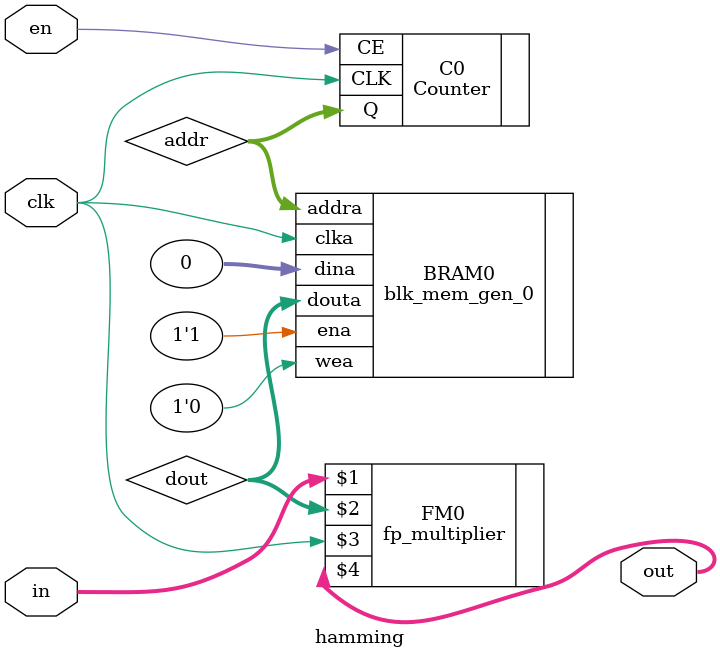
<source format=v>
`timescale 1ns / 1ps


module hamming(
    input [31:0] in,
    output [31:0] out,
    input clk,
    input en
    );
    
    wire [7:0] addr;
    wire [31:0] dout;
    
    Counter C0 (
      .CLK(clk),  // input wire CLK
      .CE(en),    // input wire CE
      .Q(addr)      // output wire [7 : 0] Q
    );
   blk_mem_gen_0 BRAM0 (
      .clka(clk),    // input wire clka
      .ena(1'b1),      // input wire ena
      .wea(1'b0),      // input wire [0 : 0] wea
      .addra(addr),  // input wire [7 : 0] addra
      .dina(32'b0),    // input wire [31 : 0] dina
      .douta(dout)  // output wire [31 : 0] douta
    );
    
    fp_multiplier FM0 (in,dout,clk,out);
    
    
endmodule

</source>
